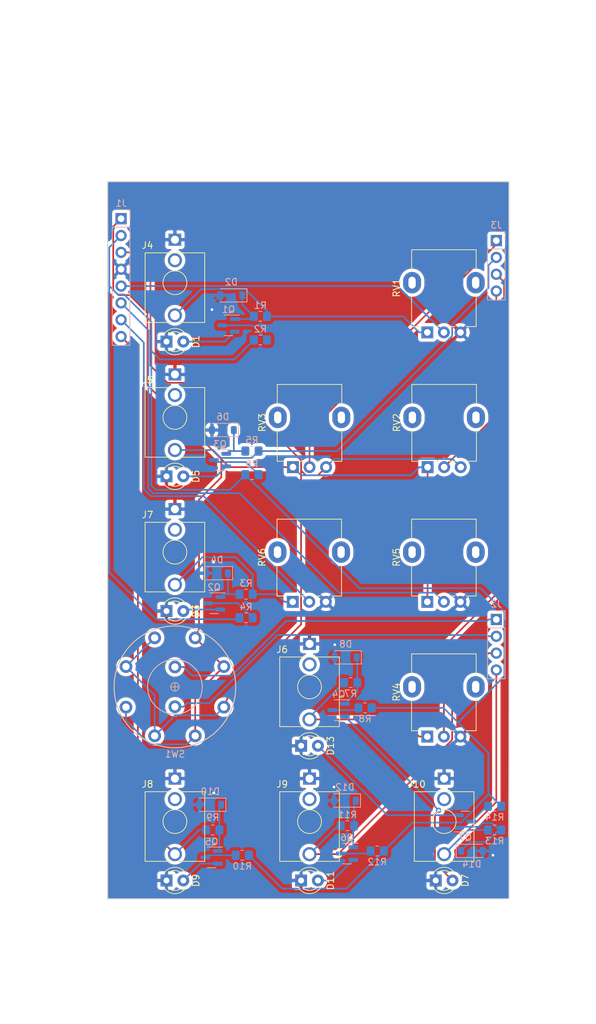
<source format=kicad_pcb>
(kicad_pcb (version 20221018) (generator pcbnew)
  (title_block (title "(title)") (comment 1 "PCB for panel") (comment 2 "(description)") (comment 4 "License CC BY 4.0 - Attribution 4.0 International"))
  (layers (0 "F.Cu" signal) (31 "B.Cu" signal) (34 "B.Paste" user) (35 "F.Paste" user) (36 "B.SilkS" user "B.Silkscreen") (37 "F.SilkS" user "F.Silkscreen") (38 "B.Mask" user) (39 "F.Mask" user) (44 "Edge.Cuts" user))
  (net 0 "")
  (net 1 "GND")
  (net 2 "+15V")
  (net 3 "-15V")
  (net 4 "/IN")
  (net 5 "/COARSE")
  (net 6 "/FINE")
  (net 7 "/FM")
  (net 8 "/RES")
  (net 9 "/A0")
  (net 10 "/A1")
  (net 11 "Net-(D13-A)")
  (net 15 "/RES_MOD")
  (net 16 "/OUT_1")
  (net 17 "/OUT_2")
  (net 18 "/OUT_3")
  (net 19 "/V{slash}O")
  (net 20 "Net-(D14-K)")
  (net 21 "/IN_JACK")
  (net 26 "Net-(D1-A)")
  (net 27 "Net-(D2-K)")
  (net 28 "Net-(D3-A)")
  (net 29 "Net-(D4-K)")
  (net 30 "Net-(D5-A)")
  (net 31 "Net-(D6-K)")
  (net 32 "Net-(D7-A)")
  (net 33 "Net-(D8-K)")
  (net 34 "Net-(D9-A)")
  (net 35 "Net-(D10-K)")
  (net 36 "Net-(D11-A)")
  (net 37 "Net-(D12-K)")
  (net 38 "+5V")
  (net 39 "Net-(Q1-C)")
  (net 40 "Net-(Q2-C)")
  (net 41 "Net-(Q3-C)")
  (net 42 "Net-(Q4-C)")
  (net 43 "Net-(Q5-C)")
  (net 44 "Net-(Q6-C)")
  (net 45 "/FM_JACK")
  (net 46 "/RES_MOD_JACK")
  (net 47 "Net-(Q7-C)")
  (footprint "LED_THT:LED_D3.0mm" (layer "F.Cu") (at 59.69 115.57)
    (fp_text reference "D3")
    (fp_text value "LED (yellow)")
  )
  (footprint "elektrophon:Jack_3.5mm_WQP-PJ398SM_Vertical" (layer "F.Cu") (at 60.96 147.32)
    (fp_text reference "J8")
    (fp_text value "OUT")
  )
  (footprint "elektrophon:Jack_3.5mm_WQP-PJ398SM_Vertical" (layer "F.Cu") (at 81.28 127)
    (fp_text reference "J6")
    (fp_text value "FM")
  )
  (footprint "LED_THT:LED_D3.0mm" (layer "F.Cu") (at 80.005 156.21)
    (fp_text reference "D11")
    (fp_text value "LED (red)")
  )
  (footprint "elektrophon:Potentiometer_Alpha_RD901F-40-00D_Single_Vertical" (layer "F.Cu") (at 101.6 106.68 90)
    (fp_text reference "RV5")
    (fp_text value "100k")
  )
  (footprint "elektrophon:Jack_3.5mm_WQP-PJ398SM_Vertical" (layer "F.Cu") (at 60.96 86.36)
    (fp_text reference "J5")
    (fp_text value "IN")
  )
  (footprint "LED_THT:LED_D3.0mm" (layer "F.Cu") (at 59.69 156.21)
    (fp_text reference "D9")
    (fp_text value "LED (red)")
  )
  (footprint "elektrophon:Potentiometer_Alpha_RD901F-40-00D_Single_Vertical" (layer "F.Cu") (at 81.32 86.36 90)
    (fp_text reference "RV3")
    (fp_text value "100k")
  )
  (footprint "LED_THT:LED_D3.0mm" (layer "F.Cu") (at 80.01 135.89)
    (fp_text reference "D13")
    (fp_text value "LED (red)")
  )
  (footprint "elektrophon:Jack_3.5mm_WQP-PJ398SM_Vertical" (layer "F.Cu") (at 101.6 147.32)
    (fp_text reference "J10")
    (fp_text value "OUT")
  )
  (footprint "LED_THT:LED_D3.0mm" (layer "F.Cu") (at 59.69 95.25)
    (fp_text reference "D5")
    (fp_text value "LED (yellow)")
  )
  (footprint "elektrophon:Jack_3.5mm_WQP-PJ398SM_Vertical" (layer "F.Cu") (at 60.96 106.68)
    (fp_text reference "J7")
    (fp_text value "IN")
  )
  (footprint "elektrophon:Jack_3.5mm_WQP-PJ398SM_Vertical" (layer "F.Cu") (at 60.96 66.04)
    (fp_text reference "J4")
    (fp_text value "IN")
  )
  (footprint "elektrophon:Potentiometer_Alpha_RD901F-40-00D_Single_Vertical" (layer "F.Cu") (at 101.6 66.04 90)
    (fp_text reference "RV1")
    (fp_text value "100k")
  )
  (footprint "elektrophon:Jack_3.5mm_WQP-PJ398SM_Vertical" (layer "F.Cu") (at 81.28 147.32)
    (fp_text reference "J9")
    (fp_text value "OUT")
  )
  (footprint "elektrophon:2P4T.MINI" (layer "F.Cu") (at 60.96 127)
    (fp_text reference "SW1")
    (fp_text value "2P4T" hide)
  )
  (footprint "elektrophon:Potentiometer_Alpha_RD901F-40-00D_Single_Vertical" (layer "F.Cu") (at 101.6 127 90)
    (fp_text reference "RV4")
    (fp_text value "100k")
  )
  (footprint "LED_THT:LED_D3.0mm" (layer "F.Cu") (at 59.69 74.93)
    (fp_text reference "D1")
    (fp_text value "LED (green)")
  )
  (footprint "LED_THT:LED_D3.0mm" (layer "F.Cu") (at 100.325 156.21)
    (fp_text reference "D7")
    (fp_text value "LED (yellow)")
  )
  (footprint "elektrophon:Potentiometer_Alpha_RD901F-40-00D_Single_Vertical" (layer "F.Cu") (at 101.64 86.36 90)
    (fp_text reference "RV2")
    (fp_text value "100k")
  )
  (footprint "elektrophon:Potentiometer_Alpha_RD901F-40-00D_Single_Vertical" (layer "F.Cu") (at 81.28 106.68 90)
    (fp_text reference "RV6")
    (fp_text value "100k")
  )
  (footprint "Diode_SMD:D_SOD-123" (layer "B.Cu") (at 86.74 122.555 180)
    (fp_text reference "D8")
    (fp_text value "1N4148W")
  )
  (footprint "Diode_SMD:D_SOD-123" (layer "B.Cu") (at 68.2 88.265 180)
    (fp_text reference "D6")
    (fp_text value "1N4148W")
  )
  (footprint "Package_TO_SOT_SMD:SOT-23" (layer "B.Cu") (at 69.04 72.48 180)
    (fp_text reference "Q1")
    (fp_text value "MMBT3904")
  )
  (footprint "Resistor_SMD:R_0805_2012Metric_Pad1.20x1.40mm_HandSolder" (layer "B.Cu") (at 71.7 116.59 180)
    (fp_text reference "R4")
    (fp_text value "5.1k")
  )
  (footprint "Resistor_SMD:R_0805_2012Metric_Pad1.20x1.40mm_HandSolder" (layer "B.Cu") (at 73.86 74.68 180)
    (fp_text reference "R2")
    (fp_text value "5.1k")
  )
  (footprint "Package_TO_SOT_SMD:SOT-23" (layer "B.Cu") (at 104.775 147.32)
    (fp_text reference "Q7")
    (fp_text value "MMBT3904")
  )
  (footprint "Resistor_SMD:R_0805_2012Metric_Pad1.20x1.40mm_HandSolder" (layer "B.Cu") (at 72.59 95 180)
    (fp_text reference "R6")
    (fp_text value "5.1k")
  )
  (footprint "Resistor_SMD:R_0805_2012Metric_Pad1.20x1.40mm_HandSolder" (layer "B.Cu") (at 72.59 91.44 180)
    (fp_text reference "R5")
    (fp_text value "100k")
  )
  (footprint "Package_TO_SOT_SMD:SOT-23" (layer "B.Cu") (at 86.945 152.146 180)
    (fp_text reference "Q6")
    (fp_text value "MMBT3904")
  )
  (footprint "Diode_SMD:D_SOD-123" (layer "B.Cu") (at 69.47 67.945 180)
    (fp_text reference "D2")
    (fp_text value "1N4148W")
  )
  (footprint "Package_TO_SOT_SMD:SOT-23" (layer "B.Cu") (at 67.77 92.8 180)
    (fp_text reference "Q3")
    (fp_text value "MMBT3904")
  )
  (footprint "Diode_SMD:D_SOD-123" (layer "B.Cu") (at 105.78 151.74)
    (fp_text reference "D14")
    (fp_text value "1N4148W")
  )
  (footprint "Connector_PinHeader_2.54mm:PinHeader_1x04_P2.54mm_Vertical" (layer "B.Cu") (at 109.474 116.84 180)
    (fp_text reference "J2")
    (fp_text value "Connector")
  )
  (footprint "Diode_SMD:D_SOD-123" (layer "B.Cu") (at 67.31 109.855 180)
    (fp_text reference "D4")
    (fp_text value "1N4148W")
  )
  (footprint "Resistor_SMD:R_0805_2012Metric_Pad1.20x1.40mm_HandSolder" (layer "B.Cu") (at 109.22 148.59)
    (fp_text reference "R13")
    (fp_text value "100k")
  )
  (footprint "Resistor_SMD:R_0805_2012Metric_Pad1.20x1.40mm_HandSolder" (layer "B.Cu") (at 109.22 145.005)
    (fp_text reference "R14")
    (fp_text value "5.1k")
  )
  (footprint "Resistor_SMD:R_0805_2012Metric_Pad1.20x1.40mm_HandSolder" (layer "B.Cu") (at 71.7 113.03 180)
    (fp_text reference "R3")
    (fp_text value "100k")
  )
  (footprint "Resistor_SMD:R_0805_2012Metric_Pad1.20x1.40mm_HandSolder" (layer "B.Cu") (at 73.86 71.12 180)
    (fp_text reference "R1")
    (fp_text value "100k")
  )
  (footprint "Connector_PinHeader_2.54mm:PinHeader_1x04_P2.54mm_Vertical" (layer "B.Cu") (at 109.474 59.69 180)
    (fp_text reference "J3")
    (fp_text value "Connector")
  )
  (footprint "Diode_SMD:D_SOD-123" (layer "B.Cu") (at 86.615 144.145 180)
    (fp_text reference "D12")
    (fp_text value "1N4148W")
  )
  (footprint "Resistor_SMD:R_0805_2012Metric_Pad1.20x1.40mm_HandSolder" (layer "B.Cu") (at 87.485 126.365)
    (fp_text reference "R7")
    (fp_text value "100k")
  )
  (footprint "Package_TO_SOT_SMD:SOT-23" (layer "B.Cu") (at 66.88 114.39 180)
    (fp_text reference "Q2")
    (fp_text value "MMBT3904")
  )
  (footprint "Package_TO_SOT_SMD:SOT-23" (layer "B.Cu") (at 66.5 152.72 180)
    (fp_text reference "Q5")
    (fp_text value "MMBT3904")
  )
  (footprint "Resistor_SMD:R_0805_2012Metric_Pad1.20x1.40mm_HandSolder" (layer "B.Cu") (at 71.12 152.4)
    (fp_text reference "R10")
    (fp_text value "5.1k")
  )
  (footprint "Resistor_SMD:R_0805_2012Metric_Pad1.20x1.40mm_HandSolder" (layer "B.Cu") (at 91.495 151.765)
    (fp_text reference "R12")
    (fp_text value "5.1k")
  )
  (footprint "Diode_SMD:D_SOD-123" (layer "B.Cu") (at 66.295 144.78 180)
    (fp_text reference "D10")
    (fp_text value "1N4148W")
  )
  (footprint "Resistor_SMD:R_0805_2012Metric_Pad1.20x1.40mm_HandSolder" (layer "B.Cu") (at 89.66 130.175)
    (fp_text reference "R8")
    (fp_text value "5.1k")
  )
  (footprint "Resistor_SMD:R_0805_2012Metric_Pad1.20x1.40mm_HandSolder" (layer "B.Cu") (at 66.675 148.59)
    (fp_text reference "R9")
    (fp_text value "100k")
  )
  (footprint "Package_TO_SOT_SMD:SOT-23" (layer "B.Cu") (at 85.675 130.515 180)
    (fp_text reference "Q4")
    (fp_text value "MMBT3904")
  )
  (footprint "Connector_PinHeader_2.54mm:PinHeader_1x08_P2.54mm_Vertical" (layer "B.Cu") (at 52.832 56.388 180)
    (fp_text reference "J1")
    (fp_text value "Connector")
  )
  (footprint "Resistor_SMD:R_0805_2012Metric_Pad1.20x1.40mm_HandSolder" (layer "B.Cu") (at 86.995 147.955)
    (fp_text reference "R11")
    (fp_text value "100k")
  )
  (gr_line (start 50.8 50.8) (end 50.8 158.98) (stroke (width 0.15)) (layer "Edge.Cuts"))
  (gr_line (start 111.4 50.8) (end 111.4 158.98) (stroke (width 0.15)) (layer "Edge.Cuts"))
  (gr_line (start 50.8 50.8) (end 111.4 50.8) (stroke (width 0.15)) (layer "Edge.Cuts"))
  (gr_line (start 111.4 158.98) (end 50.8 158.98) (stroke (width 0.15)) (layer "Edge.Cuts"))
  (via (at 66.802 143.002) (size 0.8) (drill 0.4) (layers "F.Cu" "B.Cu") (net 1))
  (via (at 84.965 142.115) (size 0.8) (drill 0.4) (layers "F.Cu" "B.Cu") (net 1))
  (via (at 108.966 152.4) (size 0.8) (drill 0.4) (layers "F.Cu" "B.Cu") (net 1))
  (via (at 66.548 70.104) (size 0.8) (drill 0.4) (layers "F.Cu" "B.Cu") (net 1))
  (via (at 85.09 120.65) (size 0.8) (drill 0.4) (layers "F.Cu" "B.Cu") (net 1))
  (via (at 66.802 108.204) (size 0.8) (drill 0.4) (layers "F.Cu" "B.Cu") (net 1))
  (segment (start 65.66 109.855) (end 65.66 109.346) (width 0.25) (layer "B.Cu") (net 1))
  (segment (start 108.306 151.74) (end 108.966 152.4) (width 0.25) (layer "B.Cu") (net 1))
  (segment (start 66.548 69.217) (end 66.548 70.104) (width 0.25) (layer "B.Cu") (net 1))
  (segment (start 84.965 144.145) (end 84.965 142.115) (width 0.25) (layer "B.Cu") (net 1))
  (segment (start 65.024 144.78) (end 66.802 143.002) (width 0.25) (layer "B.Cu") (net 1))
  (segment (start 107.43 151.74) (end 108.306 151.74) (width 0.25) (layer "B.Cu") (net 1))
  (segment (start 85.09 122.555) (end 85.09 120.65) (width 0.25) (layer "B.Cu") (net 1))
  (segment (start 64.645 144.78) (end 65.024 144.78) (width 0.25) (layer "B.Cu") (net 1))
  (segment (start 67.82 67.945) (end 66.548 69.217) (width 0.25) (layer "B.Cu") (net 1))
  (segment (start 65.66 109.346) (end 66.802 108.204) (width 0.25) (layer "B.Cu") (net 1))
  (segment (start 84.836 141.986) (end 84.965 142.115) (width 0.25) (layer "B.Cu") (net 1))
  (segment (start 64.0215 119.609) (end 64.6 118.2124) (width 0.25) (layer "F.Cu") (net 2))
  (segment (start 56.8161 81.5021) (end 67.54 92.226) (width 0.25) (layer "F.Cu") (net 2))
  (segment (start 52.419 67.913) (end 54.1171 67.913) (width 0.25) (layer "F.Cu") (net 2))
  (segment (start 51.6555 67.1495) (end 52.419 67.913) (width 0.25) (layer "F.Cu") (net 2))
  (segment (start 64.6 118.2124) (end 64.6 98.7553) (width 0.25) (layer "F.Cu") (net 2))
  (segment (start 67.54 92.226) (end 67.96165 92.64765) (width 0.25) (layer "F.Cu") (net 2))
  (segment (start 52.832 56.388) (end 51.6555 57.5645) (width 0.25) (layer "F.Cu") (net 2))
  (segment (start 67.96165 92.64765) (end 67.96165 95.39365) (width 0.25) (layer "F.Cu") (net 2))
  (segment (start 64.6 98.7553) (end 67.96165 95.39365) (width 0.25) (layer "F.Cu") (net 2))
  (segment (start 51.6555 57.5645) (end 51.6555 67.1495) (width 0.25) (layer "F.Cu") (net 2))
  (segment (start 69.174 93.86) (end 67.54 92.226) (width 0.25) (layer "F.Cu") (net 2))
  (segment (start 68.351034 123.938534) (end 64.021466 128.268102) (width 0.25) (layer "F.Cu") (net 2))
  (segment (start 68.351034 123.938534) (end 64.021466 119.608966) (width 0.25) (layer "F.Cu") (net 2))
  (segment (start 99.1 112.9149) (end 99.06 112.9549) (width 0.25) (layer "F.Cu") (net 2))
  (segment (start 54.1171 67.913) (end 56.8161 70.612) (width 0.25) (layer "F.Cu") (net 2))
  (segment (start 99.06 114.18) (end 99.06 112.9549) (width 0.25) (layer "F.Cu") (net 2))
  (segment (start 99.1 93.86) (end 99.1 112.9149) (width 0.25) (layer "F.Cu") (net 2))
  (segment (start 64.021466 128.268102) (end 64.021466 134.391034) (width 0.25) (layer "F.Cu") (net 2))
  (segment (start 56.8161 70.612) (end 56.8161 81.5021) (width 0.25) (layer "F.Cu") (net 2))
  (segment (start 69.174 93.86) (end 78.78 93.86) (width 0.25) (layer "F.Cu") (net 2))
  (segment (start 99.1 93.86) (end 97.8749 93.86) (width 0.25) (layer "B.Cu") (net 2))
  (segment (start 80.0051 95.0851) (end 78.78 93.86) (width 0.25) (layer "B.Cu") (net 2))
  (segment (start 62.731266 135.681234) (end 57.195234 135.681234) (width 0.25) (layer "B.Cu") (net 2))
  (segment (start 57.195234 135.681234) (end 53.568966 132.054966) (width 0.25) (layer "B.Cu") (net 2))
  (segment (start 97.8749 93.86) (end 96.6498 95.0851) (width 0.25) (layer "B.Cu") (net 2))
  (segment (start 64.021466 134.391034) (end 62.731266 135.681234) (width 0.25) (layer "B.Cu") (net 2))
  (segment (start 53.568966 132.054966) (end 53.568966 130.061466) (width 0.25) (layer "B.Cu") (net 2))
  (segment (start 96.6498 95.0851) (end 80.0051 95.0851) (width 0.25) (layer "B.Cu") (net 2))
  (segment (start 57.2663 78.5641) (end 57.2663 62.6003) (width 0.25) (layer "F.Cu") (net 3))
  (segment (start 68.9295 128.6649) (end 68.351 130.0615) (width 0.25) (layer "F.Cu") (net 3))
  (segment (start 80.0052 92.8255) (end 68.3171 81.1374) (width 0.25) (layer "F.Cu") (net 3))
  (segment (start 56.134 61.468) (end 52.832 61.468) (width 0.25) (layer "F.Cu") (net 3))
  (segment (start 68.3171 81.1374) (end 59.8396 81.1374) (width 0.25) (layer "F.Cu") (net 3))
  (segment (start 80.0052 93.472) (end 80.0052 92.8255) (width 0.25) (layer "F.Cu") (net 3))
  (segment (start 57.2663 62.6003) (end 56.134 61.468) (width 0.25) (layer "F.Cu") (net 3))
  (segment (start 59.8396 81.1374) (end 57.2663 78.5641) (width 0.25) (layer "F.Cu") (net 3))
  (segment (start 80.0052 93.472) (end 80.0052 117.5892) (width 0.25) (layer "F.Cu") (net 3))
  (segment (start 80.0052 93.472) (end 80.0052 94.3812) (width 0.25) (layer "F.Cu") (net 3))
  (segment (start 82.5401 95.0999) (end 83.78 93.86) (width 0.25) (layer "F.Cu") (net 3))
  (segment (start 80.0052 94.3812) (end 80.7239 95.0999) (width 0.25) (layer "F.Cu") (net 3))
  (segment (start 80.7239 95.0999) (end 82.5401 95.0999) (width 0.25) (layer "F.Cu") (net 3))
  (segment (start 80.0052 117.5892) (end 68.9295 128.6649) (width 0.25) (layer "F.Cu") (net 3))
  (segment (start 104.1 93.86) (end 102.872 92.632) (width 0.25) (layer "B.Cu") (net 3))
  (segment (start 68.351034 130.061466) (end 67.1223 131.2902) (width 0.25) (layer "B.Cu") (net 3))
  (segment (start 102.872 92.632) (end 85.008 92.632) (width 0.25) (layer "B.Cu") (net 3))
  (segment (start 67.1223 131.2902) (end 60.999368 131.2902) (width 0.25) (layer "B.Cu") (net 3))
  (segment (start 60.999368 131.2902) (end 57.898534 134.391034) (width 0.25) (layer "B.Cu") (net 3))
  (segment (start 53.568966 123.938534) (end 57.898534 119.608966) (width 0.25) (layer "B.Cu") (net 3))
  (segment (start 57.898534 128.268102) (end 53.568966 123.938534) (width 0.25) (layer "B.Cu") (net 3))
  (segment (start 57.898534 134.391034) (end 57.898534 128.268102) (width 0.25) (layer "B.Cu") (net 3))
  (segment (start 85.008 92.632) (end 83.78 93.86) (width 0.25) (layer "B.Cu") (net 3))
  (segment (start 94.568 66.548) (end 101.56 73.54) (width 0.25) (layer "B.Cu") (net 4))
  (segment (start 52.832 66.548) (end 94.568 66.548) (width 0.25) (layer "B.Cu") (net 4))
  (segment (start 109.474 67.31) (end 109.474 85.986) (width 0.25) (layer "F.Cu") (net 5))
  (segment (start 109.474 85.986) (end 101.6 93.86) (width 0.25) (layer "F.Cu") (net 5))
  (segment (start 109.474 60.2775) (end 109.474 59.69) (width 0.25) (layer "F.Cu") (net 6))
  (segment (start 81.28 88.4715) (end 109.474 60.2775) (width 0.25) (layer "F.Cu") (net 6))
  (segment (start 81.28 93.86) (end 81.28 88.4715) (width 0.25) (layer "F.Cu") (net 6))
  (segment (start 101.56 134.5) (end 101.56 120.944) (width 0.25) (layer "F.Cu") (net 7))
  (segment (start 110.6537 65.9497) (end 109.474 64.77) (width 0.25) (layer "F.Cu") (net 7))
  (segment (start 101.56 120.944) (end 110.6537 111.8503) (width 0.25) (layer "F.Cu") (net 7))
  (segment (start 110.6537 111.8503) (end 110.6537 65.9497) (width 0.25) (layer "F.Cu") (net 7))
  (segment (start 52.832 69.088) (end 56.954 73.21) (width 0.25) (layer "B.Cu") (net 8))
  (segment (start 70.73 97.79) (end 85.7391 112.7991) (width 0.25) (layer "B.Cu") (net 8))
  (segment (start 85.7391 112.7991) (end 100.1791 112.7991) (width 0.25) (layer "B.Cu") (net 8))
  (segment (start 100.1791 112.7991) (end 101.56 114.18) (width 0.25) (layer "B.Cu") (net 8))
  (segment (start 56.954 97.086) (end 57.658 97.79) (width 0.25) (layer "B.Cu") (net 8))
  (segment (start 57.658 97.79) (end 70.73 97.79) (width 0.25) (layer "B.Cu") (net 8))
  (segment (start 56.954 73.21) (end 56.954 97.086) (width 0.25) (layer "B.Cu") (net 8))
  (segment (start 109.474 116.84) (end 108.2989 116.84) (width 0.25) (layer "B.Cu") (net 9))
  (segment (start 63.5612 125.3109) (end 62.2503 124) (width 0.25) (layer "B.Cu") (net 9))
  (segment (start 108.2989 116.84) (end 108.0738 117.0651) (width 0.25) (layer "B.Cu") (net 9))
  (segment (start 108.0738 117.0651) (end 77.7709 117.0651) (width 0.25) (layer "B.Cu") (net 9))
  (segment (start 60.96 124) (end 62.2503 124) (width 0.25) (layer "B.Cu") (net 9))
  (segment (start 69.5251 125.3109) (end 63.5612 125.3109) (width 0.25) (layer "B.Cu") (net 9))
  (segment (start 77.7709 117.0651) (end 69.5251 125.3109) (width 0.25) (layer "B.Cu") (net 9))
  (segment (start 108.1011 119.1822) (end 108.2989 119.38) (width 0.25) (layer "B.Cu") (net 10))
  (segment (start 76.4492 119.1822) (end 108.1011 119.1822) (width 0.25) (layer "B.Cu") (net 10))
  (segment (start 60.96 130) (end 62.2503 130) (width 0.25) (layer "B.Cu") (net 10))
  (segment (start 62.7849 129.4654) (end 66.166 129.4654) (width 0.25) (layer "B.Cu") (net 10))
  (segment (start 109.474 119.38) (end 108.2989 119.38) (width 0.25) (layer "B.Cu") (net 10))
  (segment (start 62.2503 130) (end 62.7849 129.4654) (width 0.25) (layer "B.Cu") (net 10))
  (segment (start 66.166 129.4654) (end 76.4492 119.1822) (width 0.25) (layer "B.Cu") (net 10))
  (segment (start 93.03 146.37) (end 82.55 135.89) (width 0.25) (layer "B.Cu") (net 11))
  (segment (start 103.8375 146.37) (end 93.03 146.37) (width 0.25) (layer "B.Cu") (net 11))
  (segment (start 57.346 98.24) (end 65.3 98.24) (width 0.25) (layer "B.Cu") (net 15))
  (segment (start 52.832 71.628) (end 56.261 75.057) (width 0.25) (layer "B.Cu") (net 15))
  (segment (start 56.261 75.057) (end 56.261 97.155) (width 0.25) (layer "B.Cu") (net 15))
  (segment (start 65.3 98.24) (end 81.24 114.18) (width 0.25) (layer "B.Cu") (net 15))
  (segment (start 56.261 97.155) (end 57.346 98.24) (width 0.25) (layer "B.Cu") (net 15))
  (segment (start 55.372 146.652) (end 60.96 152.24) (width 0.25) (layer "F.Cu") (net 16))
  (segment (start 52.832 74.168) (end 55.372 76.708) (width 0.25) (layer "F.Cu") (net 16))
  (segment (start 55.372 76.708) (end 55.372 146.652) (width 0.25) (layer "F.Cu") (net 16))
  (segment (start 64.61 148.59) (end 65.675 148.59) (width 0.25) (layer "B.Cu") (net 16))
  (segment (start 60.96 152.24) (end 64.61 148.59) (width 0.25) (layer "B.Cu") (net 16))
  (segment (start 102.81 134.9934) (end 85.5634 152.24) (width 0.25) (layer "F.Cu") (net 17))
  (segment (start 85.5634 152.24) (end 81.28 152.24) (width 0.25) (layer "F.Cu") (net 17))
  (segment (start 102.81 127.4089) (end 102.81 134.9934) (width 0.25) (layer "F.Cu") (net 17))
  (segment (start 109.474 121.92) (end 108.2989 121.92) (width 0.25) (layer "F.Cu") (net 17))
  (segment (start 108.2989 121.92) (end 102.81 127.4089) (width 0.25) (layer "F.Cu") (net 17))
  (segment (start 85.995 147.955) (end 85.565 147.955) (width 0.25) (layer "B.Cu") (net 17))
  (segment (start 85.565 147.955) (end 81.28 152.24) (width 0.25) (layer "B.Cu") (net 17))
  (segment (start 109.474 144.366) (end 101.6 152.24) (width 0.25) (layer "F.Cu") (net 18))
  (segment (start 109.474 124.46) (end 109.474 144.366) (width 0.25) (layer "F.Cu") (net 18))
  (segment (start 108.22 148.59) (end 105.25 148.59) (width 0.25) (layer "B.Cu") (net 18))
  (segment (start 105.25 148.59) (end 101.6 152.24) (width 0.25) (layer "B.Cu") (net 18))
  (segment (start 108.2989 63.4051) (end 109.474 62.23) (width 0.25) (layer "B.Cu") (net 19))
  (segment (start 85.4445 91.44) (end 102.81 74.0745) (width 0.25) (layer "B.Cu") (net 19))
  (segment (start 102.81 72.3094) (end 108.2989 66.8205) (width 0.25) (layer "B.Cu") (net 19))
  (segment (start 66.725 91.28) (end 60.96 91.28) (width 0.25) (layer "B.Cu") (net 19))
  (segment (start 72.5528 92.4772) (end 67.9222 92.4772) (width 0.25) (layer "B.Cu") (net 19))
  (segment (start 102.81 74.0745) (end 102.81 72.3094) (width 0.25) (layer "B.Cu") (net 19))
  (segment (start 73.59 91.44) (end 72.5528 92.4772) (width 0.25) (layer "B.Cu") (net 19))
  (segment (start 108.2989 66.8205) (end 108.2989 63.4051) (width 0.25) (layer "B.Cu") (net 19))
  (segment (start 67.9222 92.4772) (end 66.725 91.28) (width 0.25) (layer "B.Cu") (net 19))
  (segment (start 73.59 91.44) (end 85.4445 91.44) (width 0.25) (layer "B.Cu") (net 19))
  (segment (start 108.8329 147.5547) (end 107.3868 147.5547) (width 0.25) (layer "B.Cu") (net 20))
  (segment (start 110.22 148.59) (end 109.8682 148.59) (width 0.25) (layer "B.Cu") (net 20))
  (segment (start 104.0009 148.1066) (end 103.8375 148.27) (width 0.25) (layer "B.Cu") (net 20))
  (segment (start 109.8549 148.5766) (end 108.0272 150.4043) (width 0.25) (layer "B.Cu") (net 20))
  (segment (start 106.8349 148.1066) (end 104.0009 148.1066) (width 0.25) (layer "B.Cu") (net 20))
  (segment (start 108.0272 150.4043) (end 105.4657 150.4043) (width 0.25) (layer "B.Cu") (net 20))
  (segment (start 105.4657 150.4043) (end 104.13 151.74) (width 0.25) (layer "B.Cu") (net 20))
  (segment (start 107.3868 147.5547) (end 106.8349 148.1066) (width 0.25) (layer "B.Cu") (net 20))
  (segment (start 109.8682 148.59) (end 109.8549 148.5766) (width 0.25) (layer "B.Cu") (net 20))
  (segment (start 109.8549 148.5766) (end 108.8329 147.5547) (width 0.25) (layer "B.Cu") (net 20))
  (segment (start 74.86 70.2959) (end 71.5726 67.0085) (width 0.25) (layer "B.Cu") (net 21))
  (segment (start 99.06 73.54) (end 97.8349 73.54) (width 0.25) (layer "B.Cu") (net 21))
  (segment (start 74.86 71.12) (end 74.86 70.2959) (width 0.25) (layer "B.Cu") (net 21))
  (segment (start 74.86 71.12) (end 95.4149 71.12) (width 0.25) (layer "B.Cu") (net 21))
  (segment (start 95.4149 71.12) (end 97.8349 73.54) (width 0.25) (layer "B.Cu") (net 21))
  (segment (start 64.9115 67.0085) (end 60.96 70.96) (width 0.25) (layer "B.Cu") (net 21))
  (segment (start 71.5726 67.0085) (end 64.9115 67.0085) (width 0.25) (layer "B.Cu") (net 21))
  (segment (start 68.4775 74.93) (end 62.23 74.93) (width 0.25) (layer "B.Cu") (net 26))
  (segment (start 69.9775 73.43) (end 68.4775 74.93) (width 0.25) (layer "B.Cu") (net 26))
  (segment (start 71.12 69.38) (end 71.12 67.945) (width 0.25) (layer "B.Cu") (net 27))
  (segment (start 72.86 71.12) (end 71.12 69.38) (width 0.25) (layer "B.Cu") (net 27))
  (segment (start 69.9775 71.53) (end 72.45 71.53) (width 0.25) (layer "B.Cu") (net 27))
  (segment (start 72.45 71.53) (end 72.86 71.12) (width 0.25) (layer "B.Cu") (net 27))
  (segment (start 62.46 115.34) (end 62.23 115.57) (width 0.25) (layer "B.Cu") (net 28))
  (segment (start 67.8175 115.34) (end 62.46 115.34) (width 0.25) (layer "B.Cu") (net 28))
  (segment (start 68.96 113.03) (end 68.2275 113.03) (width 0.25) (layer "B.Cu") (net 29))
  (segment (start 70.7 113.03) (end 68.96 113.03) (width 0.25) (layer "B.Cu") (net 29))
  (segment (start 68.2275 113.03) (end 67.8175 113.44) (width 0.25) (layer "B.Cu") (net 29))
  (segment (start 68.96 113.03) (end 68.96 109.855) (width 0.25) (layer "B.Cu") (net 29))
  (segment (start 68.7075 93.75) (end 67.2075 95.25) (width 0.25) (layer "B.Cu") (net 30))
  (segment (start 67.2075 95.25) (end 62.23 95.25) (width 0.25) (layer "B.Cu") (net 30))
  (segment (start 71.59 91.44) (end 69.85 91.44) (width 0.25) (layer "B.Cu") (net 31))
  (segment (start 69.85 91.44) (end 69.85 88.265) (width 0.25) (layer "B.Cu") (net 31))
  (segment (start 69.85 91.44) (end 69.1175 91.44) (width 0.25) (layer "B.Cu") (net 31))
  (segment (start 69.1175 91.44) (end 68.7075 91.85) (width 0.25) (layer "B.Cu") (net 31))
  (segment (start 100.2036 153.5486) (end 100.2036 146.1939) (width 0.25) (layer "F.Cu") (net 32))
  (segment (start 102.865 156.21) (end 100.2036 153.5486) (width 0.25) (layer "F.Cu") (net 32))
  (segment (start 100.2036 146.1939) (end 100.7725 145.625) (width 0.25) (layer "F.Cu") (net 32))
  (via (at 100.7725 145.625) (size 0.8) (drill 0.4) (layers "F.Cu" "B.Cu") (net 32))
  (segment (start 86.6125 131.465) (end 100.7725 145.625) (width 0.25) (layer "B.Cu") (net 32))
  (segment (start 88.485 126.365) (end 88.485 122.65) (width 0.25) (layer "B.Cu") (net 33))
  (segment (start 88.485 122.65) (end 88.39 122.555) (width 0.25) (layer "B.Cu") (net 33))
  (segment (start 86.6125 129.565) (end 88.485 127.6925) (width 0.25) (layer "B.Cu") (net 33))
  (segment (start 88.485 127.6925) (end 88.485 126.365) (width 0.25) (layer "B.Cu") (net 33))
  (segment (start 64.77 153.67) (end 62.23 156.21) (width 0.25) (layer "B.Cu") (net 34))
  (segment (start 67.4375 153.67) (end 64.77 153.67) (width 0.25) (layer "B.Cu") (net 34))
  (segment (start 67.675 148.59) (end 67.675 145.05) (width 0.25) (layer "B.Cu") (net 35))
  (segment (start 67.675 145.05) (end 67.945 144.78) (width 0.25) (layer "B.Cu") (net 35))
  (segment (start 67.675 151.5325) (end 67.4375 151.77) (width 0.25) (layer "B.Cu") (net 35))
  (segment (start 67.675 148.59) (end 67.675 151.5325) (width 0.25) (layer "B.Cu") (net 35))
  (segment (start 84.7685 156.21) (end 82.545 156.21) (width 0.25) (layer "B.Cu") (net 36))
  (segment (start 87.8825 153.096) (end 84.7685 156.21) (width 0.25) (layer "B.Cu") (net 36))
  (segment (start 87.8825 148.0675) (end 87.8825 151.196) (width 0.25) (layer "B.Cu") (net 37))
  (segment (start 87.995 147.955) (end 87.8825 148.0675) (width 0.25) (layer "B.Cu") (net 37))
  (segment (start 87.995 144.415) (end 88.265 144.145) (width 0.25) (layer "B.Cu") (net 37))
  (segment (start 87.995 147.955) (end 87.995 144.415) (width 0.25) (layer "B.Cu") (net 37))
  (segment (start 73.4603 96.7651) (end 88.8193 112.1241) (width 0.25) (layer "B.Cu") (net 38))
  (segment (start 73.3551 96.7651) (end 73.4603 96.7651) (width 0.25) (layer "B.Cu") (net 38))
  (segment (start 57.404 96.647) (end 58.039 97.282) (width 0.25) (layer "B.Cu") (net 38))
  (segment (start 69.308 97.282) (end 71.59 95) (width 0.25) (layer "B.Cu") (net 38))
  (segment (start 110.6901 115.7061) (end 110.6901 125.3866) (width 0.25) (layer "B.Cu") (net 38))
  (segment (start 90.66 130.175) (end 101.5108 130.175) (width 0.25) (layer "B.Cu") (net 38))
  (segment (start 77.1552 157.4352) (end 86.8248 157.4352) (width 0.25) (layer "B.Cu") (net 38))
  (segment (start 69.943 77.597) (end 72.86 74.68) (width 0.25) (layer "B.Cu") (net 38))
  (segment (start 57.404 74.168) (end 57.404 96.647) (width 0.25) (layer "B.Cu") (net 38))
  (segment (start 108.4816 143.2666) (end 110.22 145.005) (width 0.25) (layer "B.Cu") (net 38))
  (segment (start 110.6901 125.3866) (end 103.7063 132.3704) (width 0.25) (layer "B.Cu") (net 38))
  (segment (start 70.7 116.59) (end 70.495 116.795) (width 0.25) (layer "B.Cu") (net 38))
  (segment (start 57.404 76.327) (end 58.674 77.597) (width 0.25) (layer "B.Cu") (net 38))
  (segment (start 88.8193 112.1241) (end 107.1081 112.1241) (width 0.25) (layer "B.Cu") (net 38))
  (segment (start 108.2611 143.2666) (end 108.4816 143.2666) (width 0.25) (layer "B.Cu") (net 38))
  (segment (start 53.283 67.818) (end 57.404 71.939) (width 0.25) (layer "B.Cu") (net 38))
  (segment (start 58.674 77.597) (end 69.943 77.597) (width 0.25) (layer "B.Cu") (net 38))
  (segment (start 107.0225 144.5975) (end 107.0225 144.5052) (width 0.25) (layer "B.Cu") (net 38))
  (segment (start 104.1408 147.4792) (end 107.0225 144.5975) (width 0.25) (layer "B.Cu") (net 38))
  (segment (start 101.5108 130.175) (end 103.7063 132.3704) (width 0.25) (layer "B.Cu") (net 38))
  (segment (start 51.054 66.5202) (end 52.3518 67.818) (width 0.25) (layer "B.Cu") (net 38))
  (segment (start 71.59 95) (end 73.3551 96.7651) (width 0.25) (layer "B.Cu") (net 38))
  (segment (start 103.7063 132.3704) (end 108.2611 136.9253) (width 0.25) (layer "B.Cu") (net 38))
  (segment (start 86.8248 157.4352) (end 92.495 151.765) (width 0.25) (layer "B.Cu") (net 38))
  (segment (start 51.054 109.728) (end 51.054 65.913) (width 0.25) (layer "B.Cu") (net 38))
  (segment (start 58.121 116.795) (end 51.054 109.728) (width 0.25) (layer "B.Cu") (net 38))
  (segment (start 92.495 151.765) (end 96.7808 147.4792) (width 0.25) (layer "B.Cu") (net 38))
  (segment (start 51.054 65.913) (end 51.054 66.5202) (width 0.25) (layer "B.Cu") (net 38))
  (segment (start 52.832 58.928) (end 51.054 60.706) (width 0.25) (layer "B.Cu") (net 38))
  (segment (start 107.1081 112.1241) (end 110.6901 115.7061) (width 0.25) (layer "B.Cu") (net 38))
  (segment (start 57.404 71.939) (end 57.404 74.168) (width 0.25) (layer "B.Cu") (net 38))
  (segment (start 107.0225 144.5052) (end 108.2611 143.2666) (width 0.25) (layer "B.Cu") (net 38))
  (segment (start 108.2611 136.9253) (end 108.2611 143.2666) (width 0.25) (layer "B.Cu") (net 38))
  (segment (start 70.495 116.795) (end 58.121 116.795) (width 0.25) (layer "B.Cu") (net 38))
  (segment (start 96.7808 147.4792) (end 104.1408 147.4792) (width 0.25) (layer "B.Cu") (net 38))
  (segment (start 51.054 60.706) (end 51.054 65.913) (width 0.25) (layer "B.Cu") (net 38))
  (segment (start 58.039 97.282) (end 69.308 97.282) (width 0.25) (layer "B.Cu") (net 38))
  (segment (start 57.404 74.168) (end 57.404 76.327) (width 0.25) (layer "B.Cu") (net 38))
  (segment (start 72.12 152.4) (end 77.1552 157.4352) (width 0.25) (layer "B.Cu") (net 38))
  (segment (start 52.3518 67.818) (end 53.283 67.818) (width 0.25) (layer "B.Cu") (net 38))
  (segment (start 72.66 72.48) (end 68.1025 72.48) (width 0.25) (layer "B.Cu") (net 39))
  (segment (start 74.86 74.68) (end 72.66 72.48) (width 0.25) (layer "B.Cu") (net 39))
  (segment (start 65.9425 114.39) (end 70.5 114.39) (width 0.25) (layer "B.Cu") (net 40))
  (segment (start 70.5 114.39) (end 72.7 116.59) (width 0.25) (layer "B.Cu") (net 40))
  (segment (start 73.59 95) (end 71.6892 93.0992) (width 0.25) (layer "B.Cu") (net 41))
  (segment (start 71.6892 93.0992) (end 67.1317 93.0992) (width 0.25) (layer "B.Cu") (net 41))
  (segment (start 67.1317 93.0992) (end 66.8325 92.8) (width 0.25) (layer "B.Cu") (net 41))
  (segment (start 88.32 130.515) (end 88.66 130.175) (width 0.25) (layer "B.Cu") (net 42))
  (segment (start 84.7375 130.515) (end 88.32 130.515) (width 0.25) (layer "B.Cu") (net 42))
  (segment (start 65.8825 152.4) (end 65.5625 152.72) (width 0.25) (layer "B.Cu") (net 43))
  (segment (start 70.12 152.4) (end 65.8825 152.4) (width 0.25) (layer "B.Cu") (net 43))
  (segment (start 90.495 151.765) (end 90.114 152.146) (width 0.25) (layer "B.Cu") (net 44))
  (segment (start 90.114 152.146) (end 86.0075 152.146) (width 0.25) (layer "B.Cu") (net 44))
  (segment (start 81.28 131.92) (end 95.2549 131.92) (width 0.25) (layer "F.Cu") (net 45))
  (segment (start 99.06 134.5) (end 97.8349 134.5) (width 0.25) (layer "F.Cu") (net 45))
  (segment (start 95.2549 131.92) (end 97.8349 134.5) (width 0.25) (layer "F.Cu") (net 45))
  (segment (start 86.485 126.365) (end 81.28 131.57) (width 0.25) (layer "B.Cu") (net 45))
  (segment (start 81.28 131.57) (end 81.28 131.92) (width 0.25) (layer "B.Cu") (net 45))
  (segment (start 78.74 114.18) (end 77.5149 114.18) (width 0.25) (layer "B.Cu") (net 46))
  (segment (start 72.7 113.03) (end 76.3649 113.03) (width 0.25) (layer "B.Cu") (net 46))
  (segment (start 76.3649 113.03) (end 77.5149 114.18) (width 0.25) (layer "B.Cu") (net 46))
  (segment (start 72.7 113.03) (end 72.7 110.038) (width 0.25) (layer "B.Cu") (net 46))
  (segment (start 72.7 110.038) (end 70.104 107.442) (width 0.25) (layer "B.Cu") (net 46))
  (segment (start 70.104 107.442) (end 65.118 107.442) (width 0.25) (layer "B.Cu") (net 46))
  (segment (start 65.118 107.442) (end 60.96 111.6) (width 0.25) (layer "B.Cu") (net 46))
  (segment (start 108.22 145.005) (end 108.0275 145.005) (width 0.25) (layer "B.Cu") (net 47))
  (segment (start 108.0275 145.005) (end 105.7125 147.32) (width 0.25) (layer "B.Cu") (net 47))
  (zone (net 1) (net_name "GND") (layer "F.Cu") (connect_pads (clearance 0.508)) (min_thickness 0.25) (fill yes (thermal_gap 0.5) (thermal_bridge_width 0.5))
    (polygon (pts (xy 50.8 50.8) (xy 111.506 50.8) (xy 111.252 159.004) (xy 50.8 159.004)))
  )
  (zone (net 1) (net_name "GND") (layer "B.Cu") (priority 1) (connect_pads (clearance 0.508)) (min_thickness 0.25) (fill yes (thermal_gap 0.5) (thermal_bridge_width 0.5))
    (polygon (pts (xy 50.8 50.8) (xy 111.506 50.8) (xy 111.506 159.004) (xy 50.8 159.004)))
  )
)
</source>
